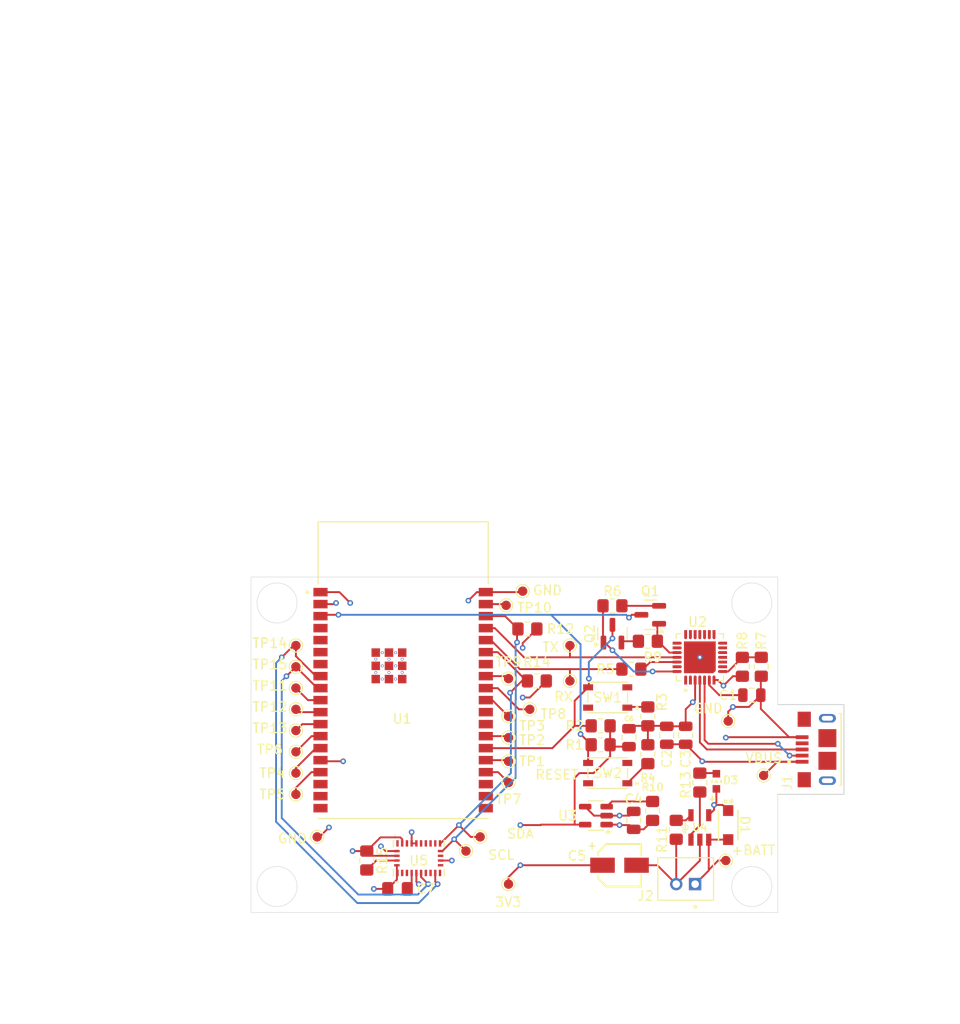
<source format=kicad_pcb>
(kicad_pcb (version 20240108) (generator "pcbnew") (generator_version "8.0")
  (layers (0 "F.Cu" signal) (1 "In1.Cu" signal) (2 "In2.Cu" signal) (31 "B.Cu" signal) (34 "B.Paste" user) (35 "F.Paste" user) (36 "B.SilkS" user "B.Silkscreen") (37 "F.SilkS" user "F.Silkscreen") (38 "B.Mask" user) (39 "F.Mask" user) (44 "Edge.Cuts" user))
  (net 0 "")
  (net 1 "Net-(U2-VDD)")
  (net 2 "GND")
  (net 3 "VBUS")
  (net 4 "+3.3V")
  (net 5 "+BATT")
  (net 6 "Net-(D3-K)")
  (net 9 "/D_N")
  (net 15 "/D_P")
  (net 16 "/AEN")
  (net 17 "/RTS")
  (net 18 "Net-(Q1-B)")
  (net 19 "/IO0")
  (net 20 "/DTR")
  (net 21 "Net-(Q2-B)")
  (net 22 "Net-(R3-Pad1)")
  (net 23 "Net-(R4-Pad1)")
  (net 24 "Net-(U2-TXD)")
  (net 25 "/RX")
  (net 26 "Net-(U2-VBUS)")
  (net 27 "Net-(U3-EN)")
  (net 28 "Net-(U4-PROG)")
  (net 29 "Net-(U4-STAT)")
  (net 34 "Net-(U1-IO19)")
  (net 35 "Net-(U1-IO2)")
  (net 37 "Net-(U1-IO13)")
  (net 41 "Net-(U1-IO26)")
  (net 45 "Net-(U1-IO14)")
  (net 46 "Net-(U5-CAP)")
  (net 49 "Net-(U1-IO15)")
  (net 51 "Net-(U1-IO23)")
  (net 52 "Net-(U1-IO5)")
  (net 54 "Net-(U1-IO4)")
  (net 56 "Net-(U1-IO12)")
  (net 57 "Net-(U1-IO25)")
  (net 59 "Net-(U1-IO27)")
  (net 60 "Net-(U5-~{BOOT})")
  (net 65 "/BNO_HINTN")
  (net 66 "/TX")
  (net 67 "Net-(U1-IO18)")
  (net 69 "/BNO_NRST")
  (net 92 "/I2C_SCL")
  (net 93 "/I2C_SDA")
  (footprint "Resistor_SMD:R_0805_2012Metric_Pad1.20x1.40mm_HandSolder" (layer "F.Cu") (at 142 139 -90)
    (property "Reference" "R15")
    (property "Value" "10k")
  )
  (footprint "Package_TO_SOT_SMD:SOT-23-5" (layer "F.Cu") (at 166.25 134.25 180)
    (property "Reference" "U3")
    (property "Value" "SPX3819M5-L-3-3")
  )
  (footprint "Capacitor_SMD:C_0805_2012Metric" (layer "F.Cu") (at 182.75 121.5)
    (property "Reference" "C1")
    (property "Value" "1uF")
  )
  (footprint "Resistor_SMD:R_0805_2012Metric_Pad1.20x1.40mm_HandSolder" (layer "F.Cu") (at 168 112.05)
    (property "Reference" "R6")
    (property "Value" "12k")
  )
  (footprint "TestPoint:TestPoint_Pad_D1.0mm" (layer "F.Cu") (at 157 126)
    (property "Reference" "TP2")
    (property "Value" "TestPoint")
  )
  (footprint "TestPoint:TestPoint_Pad_D1.0mm" (layer "F.Cu") (at 134.5 118.5)
    (property "Reference" "TP15")
    (property "Value" "TestPoint")
  )
  (footprint "Resistor_SMD:R_0805_2012Metric_Pad1.20x1.40mm_HandSolder" (layer "F.Cu") (at 183.75 118.5 -90)
    (property "Reference" "R7")
    (property "Value" "47.5K")
  )
  (footprint "USER_FP:AMPHENOL_10118193-0001LF" (layer "F.Cu") (at 190.75 127.25 90)
    (property "Reference" "J1")
    (property "Value" "Micro USB Port")
  )
  (footprint "Capacitor_SMD:C_0805_2012Metric" (layer "F.Cu") (at 175.75 125.75 90)
    (property "Reference" "C3")
    (property "Value" "100nF")
  )
  (footprint "TestPoint:TestPoint_Pad_D1.0mm" (layer "F.Cu") (at 180.25 124.25)
    (property "Reference" "TP19" (hide yes))
    (property "Value" "TestPoint")
  )
  (footprint "TestPoint:TestPoint_Pad_D1.0mm" (layer "F.Cu") (at 157 119.75)
    (property "Reference" "TP9")
    (property "Value" "TestPoint")
  )
  (footprint "TestPoint:TestPoint_Pad_D1.0mm" (layer "F.Cu") (at 159.25 123)
    (property "Reference" "TP8")
    (property "Value" "TestPoint")
  )
  (footprint "Resistor_SMD:R_0805_2012Metric_Pad1.20x1.40mm_HandSolder" (layer "F.Cu") (at 171.75 115.8)
    (property "Reference" "R9")
    (property "Value" "12k")
  )
  (footprint "USER_FP:JST_B2B-PH-K-S" (layer "F.Cu") (at 175.75 140.95)
    (property "Reference" "J2")
    (property "Value" "B2B-PH-K-S")
  )
  (footprint "Capacitor_SMD:C_0805_2012Metric_Pad1.18x1.45mm_HandSolder" (layer "F.Cu") (at 145.25 142)
    (property "Reference" "C7")
    (property "Value" "0.1uF")
  )
  (footprint "Resistor_SMD:R_0805_2012Metric_Pad1.20x1.40mm_HandSolder" (layer "F.Cu") (at 160 120 180)
    (property "Reference" "R14")
    (property "Value" "100k")
  )
  (footprint "USER_FP:SW_PTS810_SJM_250_SMTR_LFS" (layer "F.Cu") (at 167.5 129.75 180)
    (property "Reference" "SW2")
    (property "Value" "RESET")
  )
  (footprint "Resistor_SMD:R_0805_2012Metric_Pad1.20x1.40mm_HandSolder" (layer "F.Cu") (at 172.25 133.75 90)
    (property "Reference" "R10")
    (property "Value" "100K")
  )
  (footprint "Capacitor_SMD:C_0805_2012Metric" (layer "F.Cu") (at 173.75 125.75 90)
    (property "Reference" "C2")
    (property "Value" "10uF")
  )
  (footprint "USER_FP:IC_BNO080" (layer "F.Cu") (at 147.5 138.75)
    (property "Reference" "U5")
    (property "Value" "BNO080")
  )
  (footprint "USER_FP:SW_PTS810_SJM_250_SMTR_LFS" (layer "F.Cu") (at 167.5 121.75 180)
    (property "Reference" "SW1")
    (property "Value" "BOOT")
  )
  (footprint "USER_FP:MBR120_SDO_SOD-123FL498_OSI" (layer "F.Cu") (at 180.25 135.25 -90)
    (property "Reference" "D1")
    (property "Value" "MBR120")
  )
  (footprint "TestPoint:TestPoint_Pad_D1.0mm" (layer "F.Cu") (at 157 141.5)
    (property "Reference" "TP20" (hide yes))
    (property "Value" "TestPoint")
  )
  (footprint "Resistor_SMD:R_0805_2012Metric_Pad1.20x1.40mm_HandSolder" (layer "F.Cu") (at 174.75 135.75 -90)
    (property "Reference" "R11")
    (property "Value" "5k")
  )
  (footprint "TestPoint:TestPoint_Pad_D1.0mm" (layer "F.Cu") (at 184 130)
    (property "Reference" "TP22" (hide yes))
    (property "Value" "TestPoint")
  )
  (footprint "TestPoint:TestPoint_Pad_D1.0mm" (layer "F.Cu") (at 134.5 129.75)
    (property "Reference" "TP4")
    (property "Value" "TestPoint")
  )
  (footprint "USER_FP:IC_CP2102N-A02-GQFN28R" (layer "F.Cu") (at 177.25 117.5 90)
    (property "Reference" "U2")
    (property "Value" "CP2102N-A02-GQFN28R")
  )
  (footprint "TestPoint:TestPoint_Pad_D1.0mm" (layer "F.Cu") (at 157 123.75)
    (property "Reference" "TP3")
    (property "Value" "TestPoint")
  )
  (footprint "TestPoint:TestPoint_Pad_D1.0mm" (layer "F.Cu") (at 134.5 123)
    (property "Reference" "TP12")
    (property "Value" "TestPoint")
  )
  (footprint "Resistor_SMD:R_0805_2012Metric_Pad1.20x1.40mm_HandSolder" (layer "F.Cu") (at 166.75 126.75 180)
    (property "Reference" "R1")
    (property "Value" "10k")
  )
  (footprint "USER_FP:WL-SMCW_0603" (layer "F.Cu") (at 179 130.6176 -90)
    (property "Reference" "D3")
    (property "Value" "Charge Status")
  )
  (footprint "TestPoint:TestPoint_Pad_D1.0mm" (layer "F.Cu") (at 136.75 136.5)
    (property "Reference" "TP23" (hide yes))
    (property "Value" "TestPoint")
  )
  (footprint "Resistor_SMD:R_0805_2012Metric_Pad1.20x1.40mm_HandSolder" (layer "F.Cu") (at 159 114.5 180)
    (property "Reference" "R12")
    (property "Value" "100k")
  )
  (footprint "TestPoint:TestPoint_Pad_D1.0mm" (layer "F.Cu") (at 134.5 132)
    (property "Reference" "TP5")
    (property "Value" "TestPoint")
  )
  (footprint "TestPoint:TestPoint_Pad_D1.0mm" (layer "F.Cu") (at 152.5 138)
    (property "Reference" "TP16" (hide yes))
    (property "Value" "TestPoint")
  )
  (footprint "Package_TO_SOT_SMD:SOT-23" (layer "F.Cu") (at 172 113 180)
    (property "Reference" "Q1")
    (property "Value" "S8050")
  )
  (footprint "TestPoint:TestPoint_Pad_D1.0mm" (layer "F.Cu") (at 163.5 120)
    (property "Reference" "TP24" (hide yes))
    (property "Value" "TestPoint")
  )
  (footprint "Resistor_SMD:R_0805_2012Metric_Pad1.20x1.40mm_HandSolder" (layer "F.Cu") (at 170 118.75)
    (property "Reference" "R5")
    (property "Value" "470")
  )
  (footprint "Capacitor_SMD:C_0805_2012Metric" (layer "F.Cu") (at 169.75 126 90)
    (property "Reference" "C6")
    (property "Value" "10uF")
  )
  (footprint "Package_TO_SOT_SMD:SOT-23" (layer "F.Cu") (at 168 115 90)
    (property "Reference" "Q2")
    (property "Value" "S8050")
  )
  (footprint "TestPoint:TestPoint_Pad_D1.0mm" (layer "F.Cu") (at 163.5 116.25)
    (property "Reference" "TP25" (hide yes))
    (property "Value" "TestPoint")
  )
  (footprint "TestPoint:TestPoint_Pad_D1.0mm" (layer "F.Cu") (at 134.5 116.25)
    (property "Reference" "TP14")
    (property "Value" "TestPoint")
  )
  (footprint "TestPoint:TestPoint_Pad_D1.0mm" (layer "F.Cu") (at 154 136.5)
    (property "Reference" "TP17" (hide yes))
    (property "Value" "TestPoint")
  )
  (footprint "USER_FP:WCAP-ASLL_4X5.5_DXL_" (layer "F.Cu") (at 168.75 139.5 180)
    (property "Reference" "C5")
    (property "Value" "1uF")
  )
  (footprint "TestPoint:TestPoint_Pad_D1.0mm" (layer "F.Cu") (at 134.5 120.75)
    (property "Reference" "TP11")
    (property "Value" "TestPoint")
  )
  (footprint "TestPoint:TestPoint_Pad_D1.0mm" (layer "F.Cu") (at 180 139)
    (property "Reference" "TP18" (hide yes))
    (property "Value" "TestPoint")
  )
  (footprint "Capacitor_SMD:C_0805_2012Metric" (layer "F.Cu") (at 170.25 134.75 90)
    (property "Reference" "C4")
    (property "Value" "10uF")
  )
  (footprint "USER_FP:XCVR_ESP32-WROVER-E-N4R8" (layer "F.Cu") (at 145.85 118.86)
    (property "Reference" "U1")
    (property "Value" "ESP32-WROVER-E-N4R8")
  )
  (footprint "Resistor_SMD:R_0805_2012Metric_Pad1.20x1.40mm_HandSolder" (layer "F.Cu") (at 166.75 124.75 180)
    (property "Reference" "R2")
    (property "Value" "10k")
  )
  (footprint "USER_FP:MCP73831T-2ACI" (layer "F.Cu") (at 177.25 135.5 90)
    (property "Reference" "U4")
    (property "Value" "MCP73831T-2ACI_OT")
  )
  (footprint "TestPoint:TestPoint_Pad_D1.0mm" (layer "F.Cu") (at 134.5 125.25)
    (property "Reference" "TP13")
    (property "Value" "TestPoint")
  )
  (footprint "TestPoint:TestPoint_Pad_D1.0mm" (layer "F.Cu") (at 134.5 127.5)
    (property "Reference" "TP6")
    (property "Value" "TestPoint")
  )
  (footprint "Resistor_SMD:R_0805_2012Metric_Pad1.20x1.40mm_HandSolder" (layer "F.Cu") (at 181.75 118.5 90)
    (property "Reference" "R8")
    (property "Value" "22.1K")
  )
  (footprint "TestPoint:TestPoint_Pad_D1.0mm" (layer "F.Cu") (at 158.5 110.5)
    (property "Reference" "TP21" (hide yes))
    (property "Value" "TestPoint")
  )
  (footprint "Resistor_SMD:R_0805_2012Metric_Pad1.20x1.40mm_HandSolder" (layer "F.Cu") (at 171.75 127.75 90)
    (property "Reference" "R4")
    (property "Value" "470")
  )
  (footprint "TestPoint:TestPoint_Pad_D1.0mm" (layer "F.Cu") (at 157 130.75)
    (property "Reference" "TP7")
    (property "Value" "TestPoint")
  )
  (footprint "TestPoint:TestPoint_Pad_D1.0mm" (layer "F.Cu") (at 156.75 112)
    (property "Reference" "TP10")
    (property "Value" "TestPoint")
  )
  (footprint "TestPoint:TestPoint_Pad_D1.0mm" (layer "F.Cu") (at 157 128.5)
    (property "Reference" "TP1")
    (property "Value" "TestPoint")
  )
  (footprint "Resistor_SMD:R_0805_2012Metric_Pad1.20x1.40mm_HandSolder" (layer "F.Cu") (at 171.75 123.75 -90)
    (property "Reference" "R3")
    (property "Value" "470")
  )
  (footprint "Resistor_SMD:R_0805_2012Metric_Pad1.20x1.40mm_HandSolder" (layer "F.Cu") (at 177.25 130.75 90)
    (property "Reference" "R13")
    (property "Value" "1k")
  )
  (gr_line (start 185.5 144.5) (end 129.75 144.5) (stroke (width 0.05)) (layer "Edge.Cuts"))
  (gr_line (start 192.5 132) (end 185.5 132) (stroke (width 0.1)) (layer "Edge.Cuts"))
  (gr_line (start 185.5 109) (end 185.5 122.5) (stroke (width 0.05)) (layer "Edge.Cuts"))
  (gr_circle (center 132.5 111.75) (end 134 113.25) (stroke (width 0.05)) (fill none) (layer "Edge.Cuts"))
  (gr_circle (center 132.5 141.75) (end 134 143.25) (stroke (width 0.05)) (fill none) (layer "Edge.Cuts"))
  (gr_line (start 129.75 109) (end 185.5 109) (stroke (width 0.05)) (layer "Edge.Cuts"))
  (gr_circle (center 182.75 111.75) (end 184.25 113.25) (stroke (width 0.05)) (fill none) (layer "Edge.Cuts"))
  (gr_line (start 192.5 122.5) (end 192.5 132) (stroke (width 0.1)) (layer "Edge.Cuts"))
  (gr_line (start 129.75 109) (end 129.75 144.5) (stroke (width 0.05)) (layer "Edge.Cuts"))
  (gr_circle (center 182.75 141.75) (end 184.25 143.25) (stroke (width 0.05)) (fill none) (layer "Edge.Cuts"))
  (gr_line (start 185.5 122.5) (end 192.5 122.5) (stroke (width 0.1)) (layer "Edge.Cuts"))
  (gr_line (start 185.5 144.5) (end 185.5 132) (stroke (width 0.05)) (layer "Edge.Cuts"))
  (gr_text "GND" (at 176.5 123.5 0) (layer "F.SilkS") (effects (font (size 1 1)) (justify left bottom)))
  (gr_text "GND" (at 159.5 111 0) (layer "F.SilkS") (effects (font (size 1 1)) (justify left bottom)))
  (gr_text "SCL" (at 154.75 139 0) (layer "F.SilkS") (effects (font (size 1 1)) (justify left bottom)))
  (gr_text "RX" (at 161.75 122.25 0) (layer "F.SilkS") (effects (font (size 1 1)) (justify left bottom)))
  (gr_text "VBUS" (at 182 128.75 0) (layer "F.SilkS") (effects (font (size 1 1)) (justify left bottom)))
  (gr_text "GND" (at 132.5 137.25 0) (layer "F.SilkS") (effects (font (size 1 1)) (justify left bottom)))
  (gr_text "+BATT\n" (at 180.5 138.5 0) (layer "F.SilkS") (effects (font (size 1 1)) (justify left bottom)))
  (gr_text "RESET\n" (at 159.75 130.5 0) (layer "F.SilkS") (effects (font (size 1 1)) (justify left bottom)))
  (gr_text "3V3" (at 155.5 144 0) (layer "F.SilkS") (effects (font (size 1 1)) (justify left bottom)))
  (gr_text "SDA" (at 156.75 136.75 0) (layer "F.SilkS") (effects (font (size 1 1)) (justify left bottom)))
  (gr_text "TX" (at 160.5 117 0) (layer "F.SilkS") (effects (font (size 1 1)) (justify left bottom)))
  (segment (start 178.25 120.441654) (end 178.25 119.9) (width 0.2) (layer "F.Cu") (net 1))
  (segment (start 179.308346 121.5) (end 178.25 120.441654) (width 0.2) (layer "F.Cu") (net 1))
  (segment (start 181.8 121.5) (end 179.308346 121.5) (width 0.2) (layer "F.Cu") (net 1))
  (segment (start 145.1875 139.5) (end 145.1875 141.025) (width 0.2) (layer "F.Cu") (net 2))
  (segment (start 183.7 121.5) (end 182.45 122.75) (width 0.2) (layer "F.Cu") (net 2))
  (segment (start 168.75 134.25) (end 168.5 134.25) (width 0.2) (layer "F.Cu") (net 2))
  (segment (start 137.22 128.5) (end 137.1 128.38) (width 0.2) (layer "F.Cu") (net 2))
  (segment (start 144.2125 142) (end 142.75 142) (width 0.2) (layer "F.Cu") (net 2))
  (segment (start 167.4 134.25) (end 166.05 134.25) (width 0.2) (layer "F.Cu") (net 2))
  (segment (start 144 138) (end 143.5 137.5) (width 0.2) (layer "F.Cu") (net 2))
  (segment (start 173.75 124.8) (end 175.75 124.8) (width 0.2) (layer "F.Cu") (net 2))
  (segment (start 176.5 122.25) (end 176.75 122) (width 0.2) (layer "F.Cu") (net 2))
  (segment (start 158.4 110.6) (end 158.5 110.5) (width 0.2) (layer "F.Cu") (net 2))
  (segment (start 175.75 123) (end 175.75 124.8) (width 0.2) (layer "F.Cu") (net 2))
  (segment (start 171.75 126.75) (end 171.75 124.75) (width 0.2) (layer "F.Cu") (net 2))
  (segment (start 139.1 110.6) (end 137.1 110.6) (width 0.2) (layer "F.Cu") (net 2))
  (segment (start 170.05 124.75) (end 169.75 125.05) (width 0.2) (layer "F.Cu") (net 2))
  (segment (start 169.8 134.25) (end 170.25 133.8) (width 0.2) (layer "F.Cu") (net 2))
  (segment (start 145.1875 138) (end 144 138) (width 0.2) (layer "F.Cu") (net 2))
  (segment (start 166.05 134.25) (end 165.1 133.3) (width 0.2) (layer "F.Cu") (net 2))
  (segment (start 183.75 119.75) (end 183.7 119.8) (width 0.2) (layer "F.Cu") (net 2))
  (segment (start 173.75 124.8) (end 173.3 124.8) (width 0.2) (layer "F.Cu") (net 2))
  (segment (start 137 136.5) (end 138 135.5) (width 0.2) (layer "F.Cu") (net 2))
  (segment (start 176.5 122.25) (end 175.75 123) (width 0.2) (layer "F.Cu") (net 2))
  (segment (start 177.25 139) (end 174.75 141.5) (width 0.2) (layer "F.Cu") (net 2))
  (segment (start 174.75 141.5) (end 174.75 136.75) (width 0.2) (layer "F.Cu") (net 2))
  (segment (start 139.5 128.5) (end 137.22 128.5) (width 0.2) (layer "F.Cu") (net 2))
  (segment (start 183.75 119.5) (end 183.75 119.75) (width 0.2) (layer "F.Cu") (net 2))
  (segment (start 153.65 110.6) (end 154.6 110.6) (width 0.2) (layer "F.Cu") (net 2))
  (segment (start 188.075 125.95) (end 186.7 125.95) (width 0.2) (layer "F.Cu") (net 2))
  (segment (start 180.25 123.25) (end 180.75 122.75) (width 0.2) (layer "F.Cu") (net 2))
  (segment (start 136.75 136.5) (end 137 136.5) (width 0.2) (layer "F.Cu") (net 2))
  (segment (start 183.7 119.8) (end 183.7 121.5) (width 0.2) (layer "F.Cu") (net 2))
  (segment (start 154.6 110.6) (end 158.4 110.6) (width 0.2) (layer "F.Cu") (net 2))
  (segment (start 186.7 125.95) (end 183.7 122.95) (width 0.2) (layer "F.Cu") (net 2))
  (segment (start 146.75 136) (end 146.75 137.1875) (width 0.2) (layer "F.Cu") (net 2))
  (segment (start 172.75 139.5) (end 174.75 141.5) (width 0.2) (layer "F.Cu") (net 2))
  (segment (start 180.05 125.95) (end 188.325 125.95) (width 0.2) (layer "F.Cu") (net 2))
  (segment (start 170.55 139.5) (end 172.75 139.5) (width 0.2) (layer "F.Cu") (net 2))
  (segment (start 147.25 137.1875) (end 146.75 137.1875) (width 0.2) (layer "F.Cu") (net 2))
  (segment (start 167.4 134.25) (end 168.75 134.25) (width 0.2) (layer "F.Cu") (net 2))
  (segment (start 152.75 111.5) (end 153.65 110.6) (width 0.2) (layer "F.Cu") (net 2))
  (segment (start 149.8125 139) (end 151 139) (width 0.2) (layer "F.Cu") (net 2))
  (segment (start 180.25 124.25) (end 180.25 123.25) (width 0.2) (layer "F.Cu") (net 2))
  (segment (start 177.25 136.7954) (end 177.25 139) (width 0.2) (layer "F.Cu") (net 2))
  (segment (start 173.25 124.75) (end 171.75 124.75) (width 0.2) (layer "F.Cu") (net 2))
  (segment (start 183.7 122.95) (end 183.7 121.5) (width 0.2) (layer "F.Cu") (net 2))
  (segment (start 176.75 122) (end 176.75 119.9) (width 0.2) (layer "F.Cu") (net 2))
  (segment (start 180 126) (end 180.05 125.95) (width 0.2) (layer "F.Cu") (net 2))
  (segment (start 140.25 111.75) (end 139.1 110.6) (width 0.2) (layer "F.Cu") (net 2))
  (segment (start 173.3 124.8) (end 173.25 124.75) (width 0.2) (layer "F.Cu") (net 2))
  (segment (start 171.75 124.75) (end 170.05 124.75) (width 0.2) (layer "F.Cu") (net 2))
  (segment (start 182.45 122.75) (end 180.75 122.75) (width 0.2) (layer "F.Cu") (net 2))
  (segment (start 168.75 134.25) (end 169.8 134.25) (width 0.2) (layer "F.Cu") (net 2))
  (segment (start 145.1875 141.025) (end 144.2125 142) (width 0.2) (layer "F.Cu") (net 2))
  (segment (start 188.325 125.95) (end 188.15 125.95) (width 0.2) (layer "F.Cu") (net 2))
  (via (at 142.75 142) (size 0.6) (drill 0.3) (layers "F.Cu" "B.Cu") (net 2))
  (via (at 151 139) (size 0.6) (drill 0.3) (layers "F.Cu" "B.Cu") (net 2))
  (via (at 140.25 111.75) (size 0.6) (drill 0.3) (layers "F.Cu" "B.Cu") (net 2))
  (via (at 177.25 117.5) (size 0.6) (drill 0.3) (layers "F.Cu" "B.Cu") (net 2))
  (via (at 146.75 136) (size 0.6) (drill 0.3) (layers "F.Cu" "B.Cu") (net 2))
  (via (at 180.75 122.75) (size 0.6) (drill 0.3) (layers "F.Cu" "B.Cu") (net 2))
  (via (at 176.5 122.25) (size 0.6) (drill 0.3) (layers "F.Cu" "B.Cu") (net 2))
  (via (at 138 135.5) (size 0.6) (drill 0.3) (layers "F.Cu" "B.Cu") (net 2))
  (via (at 180 126) (size 0.6) (drill 0.3) (layers "F.Cu" "B.Cu") (net 2))
  (via (at 139.5 128.5) (size 0.6) (drill 0.3) (layers "F.Cu" "B.Cu") (net 2))
  (via (at 168.75 134.25) (size 0.6) (drill 0.3) (layers "F.Cu" "B.Cu") (net 2))
  (via (at 143.5 137.5) (size 0.6) (drill 0.3) (layers "F.Cu" "B.Cu") (net 2))
  (via (at 152.75 111.5) (size 0.6) (drill 0.3) (layers "F.Cu" "B.Cu") (net 2))
  (segment (start 177.55 128.5) (end 177.6 128.55) (width 0.2) (layer "F.Cu") (net 3))
  (segment (start 170.25 135.7) (end 171.3 135.7) (width 0.2) (layer "F.Cu") (net 3))
  (segment (start 178.75 133.1176) (end 178.75 133.6444) (width 0.2) (layer "F.Cu") (net 3))
  (segment (start 179.6543 133.1176) (end 180.25 133.7133) (width 0.2) (layer "F.Cu") (net 3))
  (segment (start 179 131.4176) (end 179 132.8676) (width 0.2) (layer "F.Cu") (net 3))
  (segment (start 180.75 119.5) (end 179.75 120.5) (width 0.2) (layer "F.Cu") (net 3))
  (segment (start 179.15 119.9) (end 179.75 120.5) (width 0.2) (layer "F.Cu") (net 3))
  (segment (start 188.075 128.55) (end 185.45 128.55) (width 0.2) (layer "F.Cu") (net 3))
  (segment (start 167.4 135.2) (end 168.7 135.2) (width 0.2) (layer "F.Cu") (net 3))
  (segment (start 185.45 128.55) (end 184 130) (width 0.2) (layer "F.Cu") (net 3))
  (segment (start 178.75 119.9) (end 179.15 119.9) (width 0.2) (layer "F.Cu") (net 3))
  (segment (start 178.75 133.1176) (end 179.6543 133.1176) (width 0.2) (layer "F.Cu") (net 3))
  (segment (start 181.75 119.5) (end 180.75 119.5) (width 0.2) (layer "F.Cu") (net 3))
  (segment (start 177.5 128.5) (end 177.5 128.45) (width 0.2) (layer "F.Cu") (net 3))
  (segment (start 178.75 133.6444) (end 178.1898 134.2046) (width 0.2) (layer "F.Cu") (net 3))
  (segment (start 171.3 135.7) (end 172.25 134.75) (width 0.2) (layer "F.Cu") (net 3))
  (segment (start 168.7 135.2) (end 168.75 135.25) (width 0.2) (layer "F.Cu") (net 3))
  (segment (start 169.8 135.25) (end 170.25 135.7) (width 0.2) (layer "F.Cu") (net 3))
  (segment (start 177.6 128.55) (end 188.325 128.55) (width 0.2) (layer "F.Cu") (net 3))
  (segment (start 175.75 126.7) (end 173.75 126.7) (width 0.2) (layer "F.Cu") (net 3))
  (segment (start 182.1 119.9) (end 182.25 119.75) (width 0.2) (layer "F.Cu") (net 3))
  (segment (start 179 132.8676) (end 178.75 133.1176) (width 0.2) (layer "F.Cu") (net 3))
  (segment (start 177.5 128.5) (end 177.55 128.5) (width 0.2) (layer "F.Cu") (net 3))
  (segment (start 177.5 128.45) (end 175.75 126.7) (width 0.2) (layer "F.Cu") (net 3))
  (segment (start 168.75 135.25) (end 169.8 135.25) (width 0.2) (layer "F.Cu") (net 3))
  (via (at 178.75 133.1176) (size 0.6) (drill 0.3) (layers "F.Cu" "B.Cu") (net 3))
  (via (at 179.75 120.5) (size 0.6) (drill 0.3) (layers "F.Cu" "B.Cu") (net 3))
  (via (at 168.75 135.25) (size 0.6) (drill 0.3) (layers "F.Cu" "B.Cu") (net 3))
  (via (at 177.5 128.5) (size 0.6) (drill 0.3) (layers "F.Cu" "B.Cu") (net 3))
  (segment (start 165.1125 135.2) (end 164 135.2) (width 0.2) (layer "F.Cu") (net 4))
  (segment (start 158.25 135.25) (end 160.4 135.25) (width 0.2) (layer "F.Cu") (net 4))
  (segment (start 167.95 126.95) (end 167.75 126.75) (width 0.2) (layer "F.Cu") (net 4))
  (segment (start 160.4 135.25) (end 160.45 135.2) (width 0.2) (layer "F.Cu") (net 4))
  (segment (start 166 129.75) (end 164.5 129.75) (width 0.2) (layer "F.Cu") (net 4))
  (segment (start 147.25 140.3125) (end 147.25 141.25) (width 0.2) (layer "F.Cu") (net 4))
  (segment (start 142 138) (end 140.5 138) (width 0.2) (layer "F.Cu") (net 4))
  (segment (start 137.1 111.87) (end 138.63 111.87) (width 0.2) (layer "F.Cu") (net 4))
  (segment (start 143.45 136.55) (end 142 138) (width 0.2) (layer "F.Cu") (net 4))
  (segment (start 164 130.25) (end 164 135.2) (width 0.2) (layer "F.Cu") (net 4))
  (segment (start 167.75 128) (end 166 129.75) (width 0.2) (layer "F.Cu") (net 4))
  (segment (start 167.75 126.75) (end 167.75 128) (width 0.2) (layer "F.Cu") (net 4))
  (segment (start 158.25 139.5) (end 168.15 139.5) (width 0.2) (layer "F.Cu") (net 4))
  (segment (start 145.75 136.75) (end 145.55 136.55) (width 0.2) (layer "F.Cu") (net 4))
  (segment (start 169.75 126.95) (end 167.95 126.95) (width 0.2) (layer "F.Cu") (net 4))
  (segment (start 157 140.75) (end 157 141.5) (width 0.2) (layer "F.Cu") (net 4))
  (segment (start 158.25 139.5) (end 157 140.75) (width 0.2) (layer "F.Cu") (net 4))
  (segment (start 167.75 124.75) (end 167.75 126.75) (width 0.2) (layer "F.Cu") (net 4))
  (segment (start 145.75 137.1875) (end 145.75 136.75) (width 0.2) (layer "F.Cu") (net 4))
  (segment (start 147.25 141.25) (end 147.5 141.5) (width 0.2) (layer "F.Cu") (net 4))
  (segment (start 164.5 129.75) (end 164 130.25) (width 0.2) (layer "F.Cu") (net 4))
  (segment (start 159.25 121.75) (end 161 120) (width 0.2) (layer "F.Cu") (net 4))
  (segment (start 145.1875 138.5) (end 142.5 138.5) (width 0.2) (layer "F.Cu") (net 4))
  (segment (start 142.5 138.5) (end 142 138) (width 0.2) (layer "F.Cu") (net 4))
  (segment (start 138.63 111.87) (end 138.75 111.75) (width 0.2) (layer "F.Cu") (net 4))
  (segment (start 160.45 135.2) (end 164 135.2) (width 0.2) (layer "F.Cu") (net 4))
  (segment (start 169.7 126.75) (end 169.75 126.7) (width 0.2) (layer "F.Cu") (net 4))
  (segment (start 145.55 136.55) (end 143.45 136.55) (width 0.2) (layer "F.Cu") (net 4))
  (segment (start 167.8 126.7) (end 167.75 126.75) (width 0.2) (layer "F.Cu") (net 4))
  (segment (start 158.5 116.5) (end 158.5 116) (width 0.2) (layer "F.Cu") (net 4))
  (segment (start 137.22 111.75) (end 137.1 111.87) (width 0.2) (layer "F.Cu") (net 4))
  (segment (start 158.5 121.75) (end 159.25 121.75) (width 0.2) (layer "F.Cu") (net 4))
  (segment (start 158.5 116) (end 160 114.5) (width 0.2) (layer "F.Cu") (net 4))
  (via (at 147.5 141.5) (size 0.6) (drill 0.3) (layers "F.Cu" "B.Cu") (net 4))
  (via (at 138.75 111.75) (size 0.6) (drill 0.3) (layers "F.Cu" "B.Cu") (net 4))
  (via (at 158.5 116.5) (size 0.6) (drill 0.3) (layers "F.Cu" "B.Cu") (net 4))
  (via (at 158.25 139.5) (size 0.6) (drill 0.3) (layers "F.Cu" "B.Cu") (net 4))
  (via (at 158.5 121.75) (size 0.6) (drill 0.3) (layers "F.Cu" "B.Cu") (net 4))
  (via (at 140.5 138) (size 0.6) (drill 0.3) (layers "F.Cu" "B.Cu") (net 4))
  (via (at 158.25 135.25) (size 0.6) (drill 0.3) (layers "F.Cu" "B.Cu") (net 4))
  (segment (start 178.1898 140) (end 178.1898 140.0602) (width 0.2) (layer "F.Cu") (net 5))
  (segment (start 178.1898 140) (end 179.1898 139) (width 0.2) (layer "F.Cu") (net 5))
  (segment (start 178.1898 140.0602) (end 176.75 141.5) (width 0.2) (layer "F.Cu") (net 5))
  (segment (start 179.1898 139) (end 180 139) (width 0.2) (layer "F.Cu") (net 5))
  (segment (start 178 136.9852) (end 178.1898 136.7954) (width 0.2) (layer "F.Cu") (net 5))
  (segment (start 178.1898 136.7954) (end 178.1898 140) (width 0.2) (layer "F.Cu") (net 5))
  (segment (start 178.1985 136.7867) (end 178.1898 136.7954) (width 0.2) (layer "F.Cu") (net 5))
  (segment (start 180.25 136.7867) (end 178.1985 136.7867) (width 0.2) (layer "F.Cu") (net 5))
  (segment (start 177.25 129.75) (end 178.9324 129.75) (width 0.2) (layer "F.Cu") (net 6))
  (segment (start 178.9324 129.75) (end 179 129.8176) (width 0.2) (layer "F.Cu") (net 6))
  (segment (start 177.75 126.25) (end 177.75 119.9) (width 0.2) (layer "F.Cu") (net 9))
  (segment (start 186.75 127.9) (end 188.325 127.9) (width 0.2) (layer "F.Cu") (net 9))
  (segment (start 178.15 126.65) (end 177.75 126.25) (width 0.2) (layer "F.Cu") (net 9))
  (segment (start 185.5 126.65) (end 178.15 126.65) (width 0.2) (layer "F.Cu") (net 9))
  (via (at 185.5 126.65) (size 0.6) (drill 0.3) (layers "F.Cu" "B.Cu") (net 9))
  (via (at 186.75 127.9) (size 0.6) (drill 0.3) (layers "F.Cu" "B.Cu") (net 9))
  (segment (start 185.5 126.65) (end 186.75 127.9) (width 0.2) (layer "B.Cu") (net 9))
  (segment (start 178 127.25) (end 177.25 126.5) (width 0.2) (layer "F.Cu") (net 15))
  (segment (start 177.25 126.5) (end 177.25 119.9) (width 0.2) (layer "F.Cu") (net 15))
  (segment (start 188.325 127.25) (end 178 127.25) (width 0.2) (layer "F.Cu") (net 15))
  (segment (start 137.24 113) (end 137.1 113.14) (width 0.2) (layer "F.Cu") (net 16))
  (segment (start 170.875 113) (end 170.05 113) (width 0.2) (layer "F.Cu") (net 16))
  (segment (start 165.425 128.675) (end 165.425 127.075) (width 0.2) (layer "F.Cu") (net 16))
  (segment (start 165.425 127.075) (end 165.75 126.75) (width 0.2) (layer "F.Cu") (net 16))
  (segment (start 164.625 125.625) (end 165.75 126.75) (width 0.2) (layer "F.Cu") (net 16))
  (segment (start 170.05 113) (end 169.75 113.3) (width 0.2) (layer "F.Cu") (net 16))
  (segment (start 139 113) (end 137.24 113) (width 0.2) (layer "F.Cu") (net 16))
  (via (at 139 113) (size 0.6) (drill 0.3) (layers "F.Cu" "B.Cu") (net 16))
  (via (at 169.75 113.3) (size 0.6) (drill 0.3) (layers "F.Cu" "B.Cu") (net 16))
  (via (at 164.625 125.625) (size 0.6) (drill 0.3) (layers "F.Cu" "B.Cu") (net 16))
  (segment (start 162.5 113) (end 161.5 113) (width 0.2) (layer "B.Cu") (net 16))
  (segment (start 164.625 116.125) (end 161.5 113) (width 0.2) (layer "B.Cu") (net 16))
  (segment (start 164.625 125.625) (end 164.625 116.125) (width 0.2) (layer "B.Cu") (net 16))
  (segment (start 161.5 113) (end 139 113) (width 0.2) (layer "B.Cu") (net 16))
  (segment (start 169.75 113.3) (end 169.45 113) (width 0.2) (layer "B.Cu") (net 16))
  (segment (start 169.45 113) (end 162.5 113) (width 0.2) (layer "B.Cu") (net 16))
  (segment (start 172.75 115.719938) (end 172.75 113.95) (width 0.2) (layer "F.Cu") (net 17))
  (segment (start 174.6 117) (end 174.030062 117) (width 0.2) (layer "F.Cu") (net 17))
  (segment (start 174.030062 117) (end 172.75 115.719938) (width 0.2) (layer "F.Cu") (net 17))
  (segment (start 172.75 112.05) (end 169 112.05) (width 0.2) (layer "F.Cu") (net 18))
  (segment (start 165.5 119.75) (end 165.5 120.6) (width 0.2) (layer "F.Cu") (net 19))
  (segment (start 164 124.75) (end 164 122.1) (width 0.2) (layer "F.Cu") (net 19))
  (segment (start 164 124.75) (end 165.75 124.75) (width 0.2) (layer "F.Cu") (net 19))
  (segment (start 164 122.1) (end 165.425 120.675) (width 0.2) (layer "F.Cu") (net 19))
  (segment (start 154.6 127.11) (end 161.64 127.11) (width 0.2) (layer "F.Cu") (net 19))
  (segment (start 161.64 127.11) (end 164 124.75) (width 0.2) (layer "F.Cu") (net 19))
  (segment (start 168 114.05) (end 168 115.5) (width 0.2) (layer "F.Cu") (net 19))
  (segment (start 154.6 127.11) (end 154.71 127) (width 0.2) (layer "F.Cu") (net 19))
  (segment (start 165.5 120.6) (end 165.425 120.675) (width 0.2) (layer "F.Cu") (net 19))
  (via (at 165.5 119.75) (size 0.6) (drill 0.3) (layers "F.Cu" "B.Cu") (net 19))
  (via (at 168 115.5) (size 0.6) (drill 0.3) (layers "F.Cu" "B.Cu") (net 19))
  (segment (start 168 115.5) (end 165.5 118) (width 0.2) (layer "B.Cu") (net 19))
  (segment (start 165.5 118) (end 165.5 119.75) (width 0.2) (layer "B.Cu") (net 19))
  (segment (start 167 115.875) (end 167.05 115.925) (width 0.2) (layer "F.Cu") (net 20))
  (segment (start 167.175 115.925) (end 167.05 115.925) (width 0.2) (layer "F.Cu") (net 20))
  (segment (start 168 116.75) (end 167.175 115.925) (width 0.2) (layer "F.Cu") (net 20))
  (segment (start 172.25 119) (end 174.6 119) (width 0.2) (layer "F.Cu") (net 20))
  (segment (start 167 112.05) (end 167 115.875) (width 0.2) (layer "F.Cu") (net 20))
  (via (at 168 116.75) (size 0.6) (drill 0.3) (layers "F.Cu" "B.Cu") (net 20))
  (via (at 172.25 119) (size 0.6) (drill 0.3) (layers "F.Cu" "B.Cu") (net 20))
  (segment (start 168 116.75) (end 170.25 119) (width 0.2) (layer "B.Cu") (net 20))
  (segment (start 170.25 119) (end 172.25 119) (width 0.2) (layer "B.Cu") (net 20))
  (segment (start 169.075 115.8) (end 168.95 115.925) (width 0.2) (layer "F.Cu") (net 21))
  (segment (start 170.75 115.8) (end 169.075 115.8) (width 0.2) (layer "F.Cu") (net 21))
  (segment (start 171.75 122.75) (end 169.65 122.75) (width 0.2) (layer "F.Cu") (net 22))
  (segment (start 169.65 122.75) (end 169.575 122.825) (width 0.2) (layer "F.Cu") (net 22))
  (segment (start 169.575 130.825) (end 171.65 128.75) (width 0.2) (layer "F.Cu") (net 23))
  (segment (start 171.65 128.75) (end 171.75 128.75) (width 0.2) (layer "F.Cu") (net 23))
  (segment (start 172 118) (end 174.6 118) (width 0.2) (layer "F.Cu") (net 24))
  (segment (start 171 118.75) (end 171.25 118.75) (width 0.2) (layer "F.Cu") (net 24))
  (segment (start 171.25 118.75) (end 172 118) (width 0.2) (layer "F.Cu") (net 24))
  (segment (start 158.2 118.75) (end 155.13 115.68) (width 0.2) (layer "F.Cu") (net 25))
  (segment (start 169 118.75) (end 163.5 118.75) (width 0.2) (layer "F.Cu") (net 25))
  (segment (start 155.13 115.68) (end 154.6 115.68) (width 0.2) (layer "F.Cu") (net 25))
  (segment (start 163.5 118.75) (end 163.5 120) (width 0.2) (layer "F.Cu") (net 25))
  (segment (start 163.5 118.75) (end 158.2 118.75) (width 0.2) (layer "F.Cu") (net 25))
  (segment (start 180.25 119) (end 179.65 119) (width 0.2) (layer "F.Cu") (net 26))
  (segment (start 181.75 117.5) (end 180.25 119) (width 0.2) (layer "F.Cu") (net 26))
  (segment (start 181.75 117.5) (end 183.75 117.5) (width 0.2) (layer "F.Cu") (net 26))
  (segment (start 167.95 132.75) (end 167.4 133.3) (width 0.2) (layer "F.Cu") (net 27))
  (segment (start 172.25 132.75) (end 167.95 132.75) (width 0.2) (layer "F.Cu") (net 27))
  (segment (start 174.75 134.75) (end 175.7648 134.75) (width 0.2) (layer "F.Cu") (net 28))
  (segment (start 175.7648 134.75) (end 176.3102 134.2046) (width 0.2) (layer "F.Cu") (net 28))
  (segment (start 177.25 131.75) (end 177.25 135.281) (width 0.2) (layer "F.Cu") (net 29))
  (segment (start 177.25 135.281) (end 176.3102 136.2208) (width 0.2) (layer "F.Cu") (net 29))
  (segment (start 176.3102 136.2208) (end 176.3102 136.7954) (width 0.2) (layer "F.Cu") (net 29))
  (segment (start 154.6 119.49) (end 156.74 119.49) (width 0.2) (layer "F.Cu") (net 34))
  (segment (start 156.74 119.49) (end 157 119.75) (width 0.2) (layer "F.Cu") (net 34))
  (segment (start 156.88 128.38) (end 157 128.5) (width 0.2) (layer "F.Cu") (net 35))
  (segment (start 154.6 128.38) (end 156.88 128.38) (width 0.2) (layer "F.Cu") (net 35))
  (segment (start 136.15 129.65) (end 134.5 131.3) (width 0.2) (layer "F.Cu") (net 37))
  (segment (start 137.1 129.65) (end 136.15 129.65) (width 0.2) (layer "F.Cu") (net 37))
  (segment (start 134.5 131.3) (end 134.5 132) (width 0.2) (layer "F.Cu") (net 37))
  (segment (start 134.8 123.3) (end 134.5 123) (width 0.2) (layer "F.Cu") (net 41))
  (segment (start 137.1 123.3) (end 134.8 123.3) (width 0.2) (layer "F.Cu") (net 41))
  (segment (start 136.16 125.84) (end 134.5 127.5) (width 0.2) (layer "F.Cu") (net 45))
  (segment (start 137.1 125.84) (end 136.16 125.84) (width 0.2) (layer "F.Cu") (net 45))
  (segment (start 146.75 140.3125) (end 146.75 141.5375) (width 0.2) (layer "F.Cu") (net 46))
  (segment (start 146.75 141.5375) (end 146.2875 142) (width 0.2) (layer "F.Cu") (net 46))
  (segment (start 154.6 129.65) (end 155.9 129.65) (width 0.2) (layer "F.Cu") (net 49))
  (segment (start 155.9 129.65) (end 157 130.75) (width 0.2) (layer "F.Cu") (net 49))
  (segment (start 154.6 111.87) (end 156.62 111.87) (width 0.2) (layer "F.Cu") (net 51))
  (segment (start 156.62 111.87) (end 156.75 112) (width 0.2) (layer "F.Cu") (net 51))
  (segment (start 154.6 122.03) (end 155.28 122.03) (width 0.2) (layer "F.Cu") (net 52))
  (segment (start 155.28 122.03) (end 157 123.75) (width 0.2) (layer "F.Cu") (net 52))
  (segment (start 156.84 125.84) (end 157 126) (width 0.2) (layer "F.Cu") (net 54))
  (segment (start 154.6 125.84) (end 156.84 125.84) (width 0.2) (layer "F.Cu") (net 54))
  (segment (start 137.1 127.11) (end 136.61 127.11) (width 0.2) (layer "F.Cu") (net 56))
  (segment (start 136.61 127.11) (end 134.5 129.22) (width 0.2) (layer "F.Cu") (net 56))
  (segment (start 134.5 129.22) (end 134.5 129.75) (width 0.2) (layer "F.Cu") (net 56))
  (segment (start 135.78 122.03) (end 134.5 120.75) (width 0.2) (layer "F.Cu") (net 57))
  (segment (start 137.1 122.03) (end 135.78 122.03) (width 0.2) (layer "F.Cu") (net 57))
  (segment (start 135.18 124.57) (end 134.5 125.25) (width 0.2) (layer "F.Cu") (net 59))
  (segment (start 137.1 124.57) (end 135.18 124.57) (width 0.2) (layer "F.Cu") (net 59))
  (segment (start 145.1875 139) (end 143 139) (width 0.2) (layer "F.Cu") (net 60))
  (segment (start 143 139) (end 142 140) (width 0.2) (layer "F.Cu") (net 60))
  (segment (start 134.25 116.25) (end 134.5 116.25) (width 0.2) (layer "F.Cu") (net 65))
  (segment (start 137.1 119.49) (end 136.61 119.49) (width 0.2) (layer "F.Cu") (net 65))
  (segment (start 149.25 141.25) (end 149.25 140.3125) (width 0.2) (layer "F.Cu") (net 65))
  (segment (start 134.5 117.38) (end 134.5 116.25) (width 0.2) (layer "F.Cu") (net 65))
  (segment (start 133 117.5) (end 134.25 116.25) (width 0.2) (layer "F.Cu") (net 65))
  (segment (start 136.61 119.49) (end 134.5 117.38) (width 0.2) (layer "F.Cu") (net 65))
  (segment (start 149.5 141.5) (end 149.25 141.25) (width 0.2) (layer "F.Cu") (net 65))
  (via (at 133 117.5) (size 0.6) (drill 0.3) (layers "F.Cu" "B.Cu") (net 65))
  (via (at 149.5 141.5) (size 0.6) (drill 0.3) (layers "F.Cu" "B.Cu") (net 65))
  (segment (start 132.4 134.9) (end 132.4 118.1) (width 0.2) (layer "B.Cu") (net 65))
  (segment (start 149.5 141.5) (end 147.5 143.5) (width 0.2) (layer "B.Cu") (net 65))
  (segment (start 147.5 143.5) (end 141 143.5) (width 0.2) (layer "B.Cu") (net 65))
  (segment (start 132.4 118.1) (end 133 117.5) (width 0.2) (layer "B.Cu") (net 65))
  (segment (start 141 143.5) (end 132.4 134.9) (width 0.2) (layer "B.Cu") (net 65))
  (segment (start 163.5 117.5) (end 163.5 116.25) (width 0.2) (layer "F.Cu") (net 66))
  (segment (start 155.55 114.41) (end 154.6 114.41) (width 0.2) (layer "F.Cu") (net 66))
  (segment (start 163.75 117.5) (end 163.5 117.5) (width 0.2) (layer "F.Cu") (net 66))
  (segment (start 174.6 117.5) (end 163.75 117.5) (width 0.2) (layer "F.Cu") (net 66))
  (segment (start 158.64 117.5) (end 155.55 114.41) (width 0.2) (layer "F.Cu") (net 66))
  (segment (start 163.5 117.5) (end 158.64 117.5) (width 0.2) (layer "F.Cu") (net 66))
  (segment (start 154.6 120.76) (end 155.859756 120.76) (width 0.2) (layer "F.Cu") (net 67))
  (segment (start 158.099756 123) (end 159.25 123) (width 0.2) (layer "F.Cu") (net 67))
  (segment (start 155.859756 120.76) (end 158.099756 123) (width 0.2) (layer "F.Cu") (net 67))
  (segment (start 147.75 140.75) (end 148.5 141.5) (width 0.2) (layer "F.Cu") (net 69))
  (segment (start 137.1 120.76) (end 136.76 120.76) (width 0.2) (layer "F.Cu") (net 69))
  (segment (start 136.76 120.76) (end 134.5 118.5) (width 0.2) (layer "F.Cu") (net 69))
  (segment (start 133.5 119.5) (end 134.5 118.5) (width 0.2) (layer "F.Cu") (net 69))
  (segment (start 147.75 140.3125) (end 147.75 140.75) (width 0.2) (layer "F.Cu") (net 69))
  (via (at 133.5 119.5) (size 0.6) (drill 0.3) (layers "F.Cu" "B.Cu") (net 69))
  (via (at 148.5 141.5) (size 0.6) (drill 0.3) (layers "F.Cu" "B.Cu") (net 69))
  (segment (start 133.5 119.5) (end 133 120) (width 0.2) (layer "B.Cu") (net 69))
  (segment (start 147.4 142.6) (end 148.5 141.5) (width 0.2) (layer "B.Cu") (net 69))
  (segment (start 133 134.5) (end 141.1 142.6) (width 0.2) (layer "B.Cu") (net 69))
  (segment (start 133 120) (end 133 134.5) (width 0.2) (layer "B.Cu") (net 69))
  (segment (start 141.1 142.6) (end 147.4 142.6) (width 0.2) (layer "B.Cu") (net 69))
  (segment (start 151.25 136.75) (end 152.5 138) (width 0.2) (layer "F.Cu") (net 92))
  (segment (start 158 114.5) (end 157.90574 114.59426) (width 0.2) (layer "F.Cu") (net 92))
  (segment (start 151.25 136.75) (end 150 138) (width 0.2) (layer "F.Cu") (net 92))
  (segment (start 156.64 113.14) (end 158 114.5) (width 0.2) (layer "F.Cu") (net 92))
  (segment (start 157.90574 114.59426) (end 157.90574 115.917211) (width 0.2) (layer "F.Cu") (net 92))
  (segment (start 154.6 113.14) (end 156.64 113.14) (width 0.2) (layer "F.Cu") (net 92))
  (segment (start 150 138) (end 149.8125 138) (width 0.2) (layer "F.Cu") (net 92))
  (via (at 151.25 136.75) (size 0.6) (drill 0.3) (layers "F.Cu" "B.Cu") (net 92))
  (via (at 157.90574 115.917211) (size 0.6) (drill 0.3) (layers "F.Cu" "B.Cu") (net 92))
  (segment (start 157.75 122.018529) (end 157.77 121.998529) (width 0.2) (layer "B.Cu") (net 92))
  (segment (start 157.77 121.998529) (end 157.77 120.341471) (width 0.2) (layer "B.Cu") (net 92))
  (segment (start 157.75 130.25) (end 157.75 122.018529) (width 0.2) (layer "B.Cu") (net 92))
  (segment (start 157.77 120.341471) (end 157.75 120.321471) (width 0.2) (layer "B.Cu") (net 92))
  (segment (start 157.75 120.321471) (end 157.75 116.072951) (width 0.2) (layer "B.Cu") (net 92))
  (segment (start 157.75 116.072951) (end 157.90574 115.917211) (width 0.2) (layer "B.Cu") (net 92))
  (segment (start 151.25 136.75) (end 157.75 130.25) (width 0.2) (layer "B.Cu") (net 92))
  (segment (start 158.42 120) (end 157.17 121.25) (width 0.2) (layer "F.Cu") (net 93))
  (segment (start 153 136.5) (end 154 136.5) (width 0.2) (layer "F.Cu") (net 93))
  (segment (start 155.862598 116.95) (end 158.912598 120) (width 0.2) (layer "F.Cu") (net 93))
  (segment (start 154.6 116.95) (end 155.862598 116.95) (width 0.2) (layer "F.Cu") (net 93))
  (segment (start 151.75 135.25) (end 153 136.5) (width 0.2) (layer "F.Cu") (net 93))
  (segment (start 149.803551 137.241051) (end 149.75 137.1875) (width 0.2) (layer "F.Cu") (net 93))
  (segment (start 158.912598 120) (end 159 120) (width 0.2) (layer "F.Cu") (net 93))
  (segment (start 159 120) (end 158.42 120) (width 0.2) (layer "F.Cu") (net 93))
  (segment (start 151.75 135.25) (end 149.8125 137.1875) (width 0.2) (layer "F.Cu") (net 93))
  (segment (start 149.8125 137.1875) (end 149.75 137.1875) (width 0.2) (layer "F.Cu") (net 93))
  (via (at 151.75 135.25) (size 0.6) (drill 0.3) (layers "F.Cu" "B.Cu") (net 93))
  (via (at 157.17 121.25) (size 0.6) (drill 0.3) (layers "F.Cu" "B.Cu") (net 93))
  (segment (start 157.25 129.75) (end 157.25 121.33) (width 0.2) (layer "B.Cu") (net 93))
  (segment (start 157.25 121.33) (end 157.17 121.25) (width 0.2) (layer "B.Cu") (net 93))
  (segment (start 151.75 135.25) (end 157.25 129.75) (width 0.2) (layer "B.Cu") (net 93))
)
</source>
